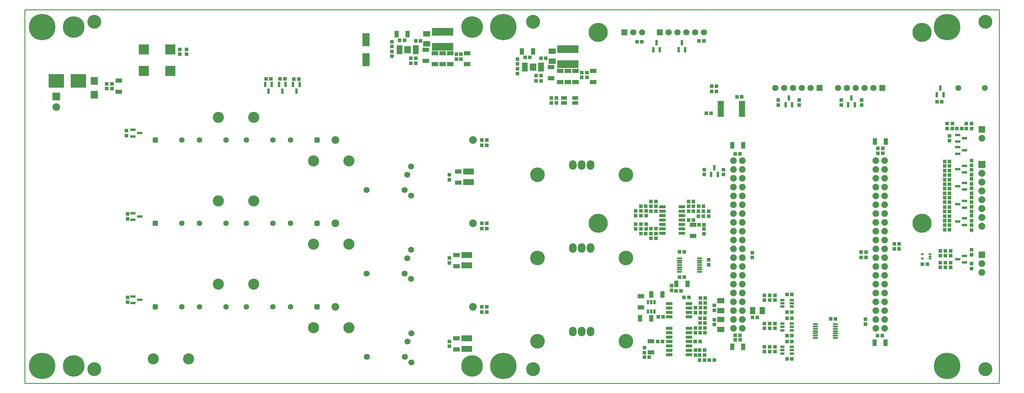
<source format=gts>
G04 Layer_Color=8388736*
%FSLAX43Y43*%
%MOMM*%
G71*
G01*
G75*
%ADD43C,0.254*%
%ADD84R,2.903X2.903*%
%ADD85O,0.950X0.550*%
%ADD86O,1.550X0.500*%
%ADD87R,6.203X2.203*%
%ADD88R,1.203X0.803*%
%ADD89R,0.803X1.553*%
%ADD90R,1.543X2.003*%
%ADD91R,2.003X2.203*%
%ADD92R,1.103X1.003*%
G04:AMPARAMS|DCode=93|XSize=0.653mm|YSize=1.803mm|CornerRadius=0.151mm|HoleSize=0mm|Usage=FLASHONLY|Rotation=90.000|XOffset=0mm|YOffset=0mm|HoleType=Round|Shape=RoundedRectangle|*
%AMROUNDEDRECTD93*
21,1,0.653,1.501,0,0,90.0*
21,1,0.351,1.803,0,0,90.0*
1,1,0.302,0.750,0.175*
1,1,0.302,0.750,-0.175*
1,1,0.302,-0.750,-0.175*
1,1,0.302,-0.750,0.175*
%
%ADD93ROUNDEDRECTD93*%
%ADD94R,4.443X4.013*%
%ADD95R,1.003X1.103*%
%ADD96R,2.003X3.753*%
%ADD97C,4.000*%
G04:AMPARAMS|DCode=98|XSize=0.853mm|YSize=1.853mm|CornerRadius=0.15mm|HoleSize=0mm|Usage=FLASHONLY|Rotation=90.000|XOffset=0mm|YOffset=0mm|HoleType=Round|Shape=RoundedRectangle|*
%AMROUNDEDRECTD98*
21,1,0.853,1.552,0,0,90.0*
21,1,0.552,1.853,0,0,90.0*
1,1,0.301,0.776,0.276*
1,1,0.301,0.776,-0.276*
1,1,0.301,-0.776,-0.276*
1,1,0.301,-0.776,0.276*
%
%ADD98ROUNDEDRECTD98*%
%ADD99R,3.103X1.703*%
%ADD100R,1.903X1.203*%
%ADD101R,1.803X1.003*%
G04:AMPARAMS|DCode=102|XSize=0.503mm|YSize=1.753mm|CornerRadius=0.151mm|HoleSize=0mm|Usage=FLASHONLY|Rotation=90.000|XOffset=0mm|YOffset=0mm|HoleType=Round|Shape=RoundedRectangle|*
%AMROUNDEDRECTD102*
21,1,0.503,1.451,0,0,90.0*
21,1,0.201,1.753,0,0,90.0*
1,1,0.302,0.726,0.101*
1,1,0.302,0.726,-0.101*
1,1,0.302,-0.726,-0.101*
1,1,0.302,-0.726,0.101*
%
%ADD102ROUNDEDRECTD102*%
G04:AMPARAMS|DCode=103|XSize=1.933mm|YSize=2.103mm|CornerRadius=0.153mm|HoleSize=0mm|Usage=FLASHONLY|Rotation=0.000|XOffset=0mm|YOffset=0mm|HoleType=Round|Shape=RoundedRectangle|*
%AMROUNDEDRECTD103*
21,1,1.933,1.796,0,0,0.0*
21,1,1.626,2.103,0,0,0.0*
1,1,0.307,0.813,-0.898*
1,1,0.307,-0.813,-0.898*
1,1,0.307,-0.813,0.898*
1,1,0.307,0.813,0.898*
%
%ADD103ROUNDEDRECTD103*%
%ADD104R,1.553X0.803*%
%ADD105R,0.803X1.203*%
%ADD106R,2.003X1.543*%
%ADD107R,1.203X1.903*%
%ADD108O,2.203X2.703*%
%ADD109C,2.203*%
%ADD110C,3.203*%
%ADD111C,1.803*%
%ADD112R,1.803X1.803*%
%ADD113C,1.703*%
%ADD114C,1.727*%
%ADD115C,7.603*%
%ADD116C,6.203*%
%ADD117C,5.503*%
%ADD118C,1.903*%
%ADD119C,1.953*%
%ADD120R,1.953X1.953*%
%ADD121C,4.203*%
%ADD122R,0.203X0.203*%
%ADD123R,2.203X2.203*%
%ADD124R,2.003X2.003*%
%ADD125C,2.003*%
%ADD126C,1.603*%
G04:AMPARAMS|DCode=127|XSize=1.603mm|YSize=1.603mm|CornerRadius=0.452mm|HoleSize=0mm|Usage=FLASHONLY|Rotation=180.000|XOffset=0mm|YOffset=0mm|HoleType=Round|Shape=RoundedRectangle|*
%AMROUNDEDRECTD127*
21,1,1.603,0.700,0,0,180.0*
21,1,0.700,1.603,0,0,180.0*
1,1,0.903,-0.350,0.350*
1,1,0.903,0.350,0.350*
1,1,0.903,0.350,-0.350*
1,1,0.903,-0.350,-0.350*
%
%ADD127ROUNDEDRECTD127*%
%ADD128C,0.803*%
D43*
X0Y0D02*
X280000D01*
Y107500D01*
X0D02*
X280000D01*
X0Y0D02*
Y107500D01*
D84*
X34190Y96110D02*
D03*
X41810D02*
D03*
Y89890D02*
D03*
X34190D02*
D03*
D85*
X260100Y35850D02*
D03*
Y36500D02*
D03*
X257900Y35850D02*
D03*
Y37150D02*
D03*
X260100D02*
D03*
D86*
X227125Y16950D02*
D03*
Y16300D02*
D03*
Y15650D02*
D03*
Y15000D02*
D03*
Y14350D02*
D03*
Y13700D02*
D03*
Y13050D02*
D03*
X232875Y16950D02*
D03*
Y16300D02*
D03*
Y15650D02*
D03*
Y15000D02*
D03*
Y14350D02*
D03*
Y13700D02*
D03*
Y13050D02*
D03*
X193875Y32050D02*
D03*
Y32700D02*
D03*
Y33350D02*
D03*
Y34000D02*
D03*
Y34650D02*
D03*
Y35300D02*
D03*
Y35950D02*
D03*
X188125Y32050D02*
D03*
Y32700D02*
D03*
Y33350D02*
D03*
Y34000D02*
D03*
Y34650D02*
D03*
Y35300D02*
D03*
Y35950D02*
D03*
D87*
X156000Y96150D02*
D03*
Y91850D02*
D03*
X120000Y101150D02*
D03*
Y96850D02*
D03*
D88*
X217625Y10450D02*
D03*
Y9500D02*
D03*
Y8550D02*
D03*
X220375D02*
D03*
Y9500D02*
D03*
Y10450D02*
D03*
X217625Y23950D02*
D03*
Y23000D02*
D03*
Y22050D02*
D03*
X220375D02*
D03*
Y23000D02*
D03*
Y23950D02*
D03*
X217625Y17150D02*
D03*
Y16200D02*
D03*
Y15250D02*
D03*
X220375D02*
D03*
Y16200D02*
D03*
Y17150D02*
D03*
D89*
X262050Y83025D02*
D03*
X263950D02*
D03*
X263000Y84975D02*
D03*
X198130Y62045D02*
D03*
X199080Y60095D02*
D03*
X197180D02*
D03*
X70000Y84025D02*
D03*
X69050Y85975D02*
D03*
X70950D02*
D03*
X74000Y84025D02*
D03*
X73050Y85975D02*
D03*
X74950D02*
D03*
X78000Y84025D02*
D03*
X77050Y85975D02*
D03*
X78950D02*
D03*
X188800Y97975D02*
D03*
X189750Y96025D02*
D03*
X187850D02*
D03*
X181500Y97975D02*
D03*
X182450Y96025D02*
D03*
X180550D02*
D03*
X237500Y82075D02*
D03*
X238450Y80125D02*
D03*
X236550D02*
D03*
X218550Y80125D02*
D03*
X220450D02*
D03*
X219500Y82075D02*
D03*
D90*
X211930Y20900D02*
D03*
X209070D02*
D03*
D91*
X20000Y87000D02*
D03*
Y83000D02*
D03*
D92*
X214000Y10500D02*
D03*
Y9100D02*
D03*
X215500Y10500D02*
D03*
Y9100D02*
D03*
X209000Y37600D02*
D03*
Y36200D02*
D03*
X241500Y18400D02*
D03*
Y17000D02*
D03*
X222500Y81500D02*
D03*
Y80100D02*
D03*
X214000Y25300D02*
D03*
Y23900D02*
D03*
X196500Y34100D02*
D03*
Y35500D02*
D03*
X198100Y16900D02*
D03*
Y18300D02*
D03*
Y22400D02*
D03*
Y21000D02*
D03*
X266000Y33300D02*
D03*
Y34700D02*
D03*
Y38100D02*
D03*
Y36700D02*
D03*
X29200Y72700D02*
D03*
Y71300D02*
D03*
X234600Y81500D02*
D03*
Y80100D02*
D03*
X29500Y48700D02*
D03*
Y47300D02*
D03*
X240400Y81500D02*
D03*
Y80100D02*
D03*
X29500Y24700D02*
D03*
Y23300D02*
D03*
X105500Y98300D02*
D03*
Y96900D02*
D03*
X141500Y93300D02*
D03*
Y91900D02*
D03*
X195000Y49500D02*
D03*
Y48100D02*
D03*
X196500D02*
D03*
Y49500D02*
D03*
X177000Y49600D02*
D03*
Y48200D02*
D03*
X175500D02*
D03*
Y49600D02*
D03*
X177000Y44400D02*
D03*
Y45800D02*
D03*
X175500D02*
D03*
Y44400D02*
D03*
X185800Y28100D02*
D03*
Y26700D02*
D03*
X105500Y95500D02*
D03*
Y94100D02*
D03*
X124000Y94700D02*
D03*
Y93300D02*
D03*
X141500Y89100D02*
D03*
Y90500D02*
D03*
X160000Y88000D02*
D03*
Y89400D02*
D03*
X46500Y94700D02*
D03*
Y96100D02*
D03*
X25000Y84800D02*
D03*
Y86200D02*
D03*
X200730Y61470D02*
D03*
Y60070D02*
D03*
X195230Y61470D02*
D03*
Y60070D02*
D03*
X195100Y43000D02*
D03*
Y44400D02*
D03*
X122000Y58600D02*
D03*
Y60000D02*
D03*
X193500Y49500D02*
D03*
Y48100D02*
D03*
X122000Y34600D02*
D03*
Y36000D02*
D03*
X178500Y49600D02*
D03*
Y48200D02*
D03*
X122000Y10600D02*
D03*
Y12000D02*
D03*
X178500Y44400D02*
D03*
Y45800D02*
D03*
X178000Y10200D02*
D03*
Y8800D02*
D03*
X192700Y9500D02*
D03*
Y8100D02*
D03*
Y20300D02*
D03*
Y21700D02*
D03*
Y14500D02*
D03*
Y15900D02*
D03*
X270500Y73300D02*
D03*
Y74700D02*
D03*
X266500Y73300D02*
D03*
Y74700D02*
D03*
X264500Y38100D02*
D03*
Y36700D02*
D03*
Y33300D02*
D03*
Y34700D02*
D03*
X263000Y38100D02*
D03*
Y36700D02*
D03*
Y34700D02*
D03*
Y33300D02*
D03*
X265700Y71200D02*
D03*
Y69800D02*
D03*
X215500Y23900D02*
D03*
Y25300D02*
D03*
X23500Y86200D02*
D03*
Y84800D02*
D03*
X44500Y96100D02*
D03*
Y94700D02*
D03*
X161500Y89400D02*
D03*
Y88000D02*
D03*
X125300Y94700D02*
D03*
Y93300D02*
D03*
X272000Y73300D02*
D03*
Y74700D02*
D03*
X265000Y73300D02*
D03*
Y74700D02*
D03*
X272000Y34400D02*
D03*
Y33000D02*
D03*
Y37000D02*
D03*
Y38400D02*
D03*
Y45500D02*
D03*
Y44100D02*
D03*
Y46800D02*
D03*
Y48200D02*
D03*
Y50800D02*
D03*
Y49400D02*
D03*
Y52100D02*
D03*
Y53500D02*
D03*
Y56100D02*
D03*
Y54700D02*
D03*
Y57400D02*
D03*
Y58800D02*
D03*
Y61400D02*
D03*
Y60000D02*
D03*
Y62700D02*
D03*
Y64100D02*
D03*
X212500Y25300D02*
D03*
Y23900D02*
D03*
X216500Y80100D02*
D03*
Y81500D02*
D03*
X215500Y17200D02*
D03*
Y15800D02*
D03*
X212500D02*
D03*
Y17200D02*
D03*
X214000D02*
D03*
Y15800D02*
D03*
X212500Y9100D02*
D03*
Y10500D02*
D03*
D93*
X199950Y80950D02*
D03*
Y80300D02*
D03*
Y79650D02*
D03*
Y79000D02*
D03*
Y78350D02*
D03*
Y77700D02*
D03*
Y77050D02*
D03*
X206050Y80950D02*
D03*
Y80300D02*
D03*
Y79650D02*
D03*
Y79000D02*
D03*
Y78350D02*
D03*
Y77700D02*
D03*
Y77050D02*
D03*
D94*
X9015Y87000D02*
D03*
X15385D02*
D03*
D95*
X269200Y73300D02*
D03*
X267800D02*
D03*
X193700Y98500D02*
D03*
X195100D02*
D03*
X210500Y18900D02*
D03*
X209100D02*
D03*
X264300Y44200D02*
D03*
X265700D02*
D03*
X264300Y48100D02*
D03*
X265700D02*
D03*
X264300Y49400D02*
D03*
X265700D02*
D03*
X264300Y53400D02*
D03*
X265700D02*
D03*
X264300Y54700D02*
D03*
X265700D02*
D03*
X264300Y58600D02*
D03*
X265700D02*
D03*
X264300Y59900D02*
D03*
X265700D02*
D03*
X264300Y63800D02*
D03*
X265700D02*
D03*
Y62500D02*
D03*
X264300D02*
D03*
X265700Y61200D02*
D03*
X264300D02*
D03*
X265700Y57300D02*
D03*
X264300D02*
D03*
X265700Y56000D02*
D03*
X264300D02*
D03*
X195300Y9500D02*
D03*
X193900D02*
D03*
Y6700D02*
D03*
X195300D02*
D03*
Y8100D02*
D03*
X193900D02*
D03*
X189400Y24700D02*
D03*
X190800D02*
D03*
X182000Y19100D02*
D03*
X183400D02*
D03*
X194000Y12000D02*
D03*
X192600D02*
D03*
X265700Y52100D02*
D03*
X264300D02*
D03*
X265700Y50700D02*
D03*
X264300D02*
D03*
X265700Y46800D02*
D03*
X264300D02*
D03*
X265700Y45500D02*
D03*
X264300D02*
D03*
X70700Y87600D02*
D03*
X69300D02*
D03*
X74700D02*
D03*
X73300D02*
D03*
X78700Y87500D02*
D03*
X77300D02*
D03*
X110900Y93500D02*
D03*
X112300D02*
D03*
Y92100D02*
D03*
X110900D02*
D03*
X146900Y88500D02*
D03*
X148300D02*
D03*
Y87000D02*
D03*
X146900D02*
D03*
X132700Y70000D02*
D03*
X131300D02*
D03*
X192100Y49500D02*
D03*
X190700D02*
D03*
Y50900D02*
D03*
X192100D02*
D03*
X132700Y46000D02*
D03*
X131300D02*
D03*
X179900Y49500D02*
D03*
X181300D02*
D03*
Y50900D02*
D03*
X179900D02*
D03*
X132700Y22000D02*
D03*
X131300D02*
D03*
X179900Y44500D02*
D03*
X181300D02*
D03*
Y43100D02*
D03*
X179900D02*
D03*
X195500Y20300D02*
D03*
X194100D02*
D03*
Y24500D02*
D03*
X195500D02*
D03*
Y21700D02*
D03*
X194100D02*
D03*
X195400Y14500D02*
D03*
X194000D02*
D03*
X195400Y15900D02*
D03*
X194000D02*
D03*
Y17300D02*
D03*
X195400D02*
D03*
X193700Y45600D02*
D03*
X195100D02*
D03*
X179400Y7500D02*
D03*
X178000D02*
D03*
X204600Y82400D02*
D03*
X206000D02*
D03*
X177300Y98300D02*
D03*
X175900D02*
D03*
X107700Y98700D02*
D03*
X109100D02*
D03*
X113700Y98500D02*
D03*
X112300D02*
D03*
X145100Y93800D02*
D03*
X143700D02*
D03*
X149700Y93500D02*
D03*
X148300D02*
D03*
X219000Y25500D02*
D03*
X220400D02*
D03*
X246500Y67600D02*
D03*
X245100D02*
D03*
X204130Y12470D02*
D03*
X205530D02*
D03*
X192100Y47000D02*
D03*
X190700D02*
D03*
X189500Y30500D02*
D03*
X188100D02*
D03*
X188500Y26600D02*
D03*
X187100D02*
D03*
X193600Y50900D02*
D03*
X195000D02*
D03*
X178400D02*
D03*
X177000D02*
D03*
X189500Y37800D02*
D03*
X188100D02*
D03*
X178400Y43100D02*
D03*
X177000D02*
D03*
X181800Y12000D02*
D03*
X183200D02*
D03*
X196700Y6700D02*
D03*
X198100D02*
D03*
X195500Y23100D02*
D03*
X194100D02*
D03*
X194000Y18700D02*
D03*
X195400D02*
D03*
X195800Y77700D02*
D03*
X197200D02*
D03*
X197300Y84000D02*
D03*
X198700D02*
D03*
X197300Y85500D02*
D03*
X198700D02*
D03*
X251200Y40100D02*
D03*
X249800D02*
D03*
X240300Y37700D02*
D03*
X241700D02*
D03*
X249800Y38700D02*
D03*
X251200D02*
D03*
X241700Y36200D02*
D03*
X240300D02*
D03*
X220400Y18700D02*
D03*
X219000D02*
D03*
X232900Y18500D02*
D03*
X231500D02*
D03*
X220400Y12000D02*
D03*
X219000D02*
D03*
X179900Y41700D02*
D03*
X181300D02*
D03*
X131300Y20500D02*
D03*
X132700D02*
D03*
X179900Y52300D02*
D03*
X181300D02*
D03*
X131300Y44500D02*
D03*
X132700D02*
D03*
X192100Y52300D02*
D03*
X190700D02*
D03*
X131300Y68500D02*
D03*
X132700D02*
D03*
X205500Y13800D02*
D03*
X204100D02*
D03*
X245100Y66200D02*
D03*
X246500D02*
D03*
X204100Y66000D02*
D03*
X205500D02*
D03*
X246400Y13700D02*
D03*
X245000D02*
D03*
X259300Y34300D02*
D03*
X257900D02*
D03*
X262100Y81000D02*
D03*
X263500D02*
D03*
X152700Y82100D02*
D03*
X151300D02*
D03*
X152700Y80700D02*
D03*
X151300D02*
D03*
X220400Y20500D02*
D03*
X219000D02*
D03*
X220400Y13700D02*
D03*
X219000D02*
D03*
X220400Y7000D02*
D03*
X219000D02*
D03*
D96*
X98000Y98875D02*
D03*
Y93125D02*
D03*
D97*
X20000Y104000D02*
D03*
X146000Y4000D02*
D03*
X20000D02*
D03*
X146000Y104000D02*
D03*
X276000Y4000D02*
D03*
Y104000D02*
D03*
D98*
X185175Y15810D02*
D03*
Y14540D02*
D03*
Y13270D02*
D03*
Y12000D02*
D03*
Y10730D02*
D03*
Y9460D02*
D03*
Y8190D02*
D03*
X190825Y15810D02*
D03*
Y14540D02*
D03*
Y13270D02*
D03*
Y12000D02*
D03*
Y10730D02*
D03*
Y9460D02*
D03*
Y8190D02*
D03*
X185175Y22905D02*
D03*
Y21635D02*
D03*
Y20365D02*
D03*
Y19095D02*
D03*
X190825Y22905D02*
D03*
Y21635D02*
D03*
Y20365D02*
D03*
Y19095D02*
D03*
X188825Y43190D02*
D03*
Y44460D02*
D03*
Y45730D02*
D03*
Y47000D02*
D03*
Y48270D02*
D03*
Y49540D02*
D03*
Y50810D02*
D03*
X183175Y43190D02*
D03*
Y44460D02*
D03*
Y45730D02*
D03*
Y47000D02*
D03*
Y48270D02*
D03*
Y49540D02*
D03*
Y50810D02*
D03*
D99*
X127500Y57900D02*
D03*
Y60900D02*
D03*
X127000Y9900D02*
D03*
Y12900D02*
D03*
Y36900D02*
D03*
Y33900D02*
D03*
D100*
X179900Y8900D02*
D03*
Y12100D02*
D03*
X151200Y91000D02*
D03*
Y87800D02*
D03*
X127100Y91800D02*
D03*
Y95000D02*
D03*
X163300Y86700D02*
D03*
Y89900D02*
D03*
X122200Y95000D02*
D03*
Y91800D02*
D03*
X177000Y25000D02*
D03*
Y21800D02*
D03*
X115200Y96000D02*
D03*
Y92800D02*
D03*
X120000Y95000D02*
D03*
Y91800D02*
D03*
X117800Y95000D02*
D03*
Y91800D02*
D03*
X158200Y89900D02*
D03*
Y86700D02*
D03*
X156000Y89900D02*
D03*
Y86700D02*
D03*
X153800Y89900D02*
D03*
Y86700D02*
D03*
X27000Y87100D02*
D03*
Y83900D02*
D03*
X192000Y45600D02*
D03*
Y42400D02*
D03*
X124500Y60900D02*
D03*
Y57700D02*
D03*
X124000Y36900D02*
D03*
Y33700D02*
D03*
Y12900D02*
D03*
Y9700D02*
D03*
D101*
X154900Y80700D02*
D03*
X158100D02*
D03*
X154900Y82100D02*
D03*
X158100D02*
D03*
D102*
X148325Y90000D02*
D03*
Y90500D02*
D03*
Y91000D02*
D03*
Y91500D02*
D03*
X143675Y90000D02*
D03*
Y90500D02*
D03*
Y91000D02*
D03*
Y91500D02*
D03*
Y92000D02*
D03*
X148325D02*
D03*
X112325Y97000D02*
D03*
X107675D02*
D03*
Y96500D02*
D03*
Y96000D02*
D03*
Y95500D02*
D03*
Y95000D02*
D03*
X112325Y96500D02*
D03*
Y96000D02*
D03*
Y95500D02*
D03*
Y95000D02*
D03*
D103*
X146000Y91000D02*
D03*
X110000Y96000D02*
D03*
D104*
X269975Y67000D02*
D03*
X268025Y66050D02*
D03*
Y67950D02*
D03*
X32975Y72000D02*
D03*
X31025Y71050D02*
D03*
Y72950D02*
D03*
X32975Y48000D02*
D03*
X31025Y47050D02*
D03*
Y48950D02*
D03*
X32975Y24000D02*
D03*
X31025Y23050D02*
D03*
Y24950D02*
D03*
X268025Y61600D02*
D03*
X269975Y62550D02*
D03*
Y60650D02*
D03*
X268025Y56700D02*
D03*
X269975Y57650D02*
D03*
Y55750D02*
D03*
X268025Y51500D02*
D03*
X269975Y52450D02*
D03*
Y50550D02*
D03*
X268025Y46500D02*
D03*
X269975Y47450D02*
D03*
Y45550D02*
D03*
X269975Y34750D02*
D03*
Y36650D02*
D03*
X268025Y35700D02*
D03*
X268025Y71450D02*
D03*
Y69550D02*
D03*
X269975Y70500D02*
D03*
D105*
X179050Y23375D02*
D03*
X180000D02*
D03*
X180950D02*
D03*
Y20625D02*
D03*
X180000D02*
D03*
X179050D02*
D03*
D106*
X200000Y15470D02*
D03*
Y18330D02*
D03*
Y20870D02*
D03*
Y23730D02*
D03*
X115500Y100530D02*
D03*
Y97670D02*
D03*
X151500Y92670D02*
D03*
Y95530D02*
D03*
D107*
X180000Y18700D02*
D03*
X176800D02*
D03*
X180000Y25500D02*
D03*
X183200D02*
D03*
X106800Y100500D02*
D03*
X110000D02*
D03*
X142800Y95500D02*
D03*
X146000D02*
D03*
X203230Y68470D02*
D03*
X206430D02*
D03*
X247330Y11670D02*
D03*
X244130D02*
D03*
X244200Y69600D02*
D03*
X247400D02*
D03*
X206430Y10470D02*
D03*
X203230D02*
D03*
X187200Y28600D02*
D03*
X190400D02*
D03*
D108*
X162550Y14900D02*
D03*
X160000D02*
D03*
X157450D02*
D03*
X162550Y62800D02*
D03*
X160000D02*
D03*
X157450D02*
D03*
Y38900D02*
D03*
X160000D02*
D03*
X162550D02*
D03*
D109*
X89250Y22000D02*
D03*
X128750D02*
D03*
X9000Y79500D02*
D03*
X89250Y70000D02*
D03*
X128750D02*
D03*
X89250Y46000D02*
D03*
X128750D02*
D03*
D110*
X65780Y76500D02*
D03*
X55620D02*
D03*
X47080Y7000D02*
D03*
X36920D02*
D03*
X82920Y16000D02*
D03*
X93080D02*
D03*
Y40000D02*
D03*
X82920D02*
D03*
X93080Y64000D02*
D03*
X82920D02*
D03*
X65780Y28500D02*
D03*
X55620D02*
D03*
X65780Y52500D02*
D03*
X55620D02*
D03*
D111*
X215650Y85000D02*
D03*
X220730D02*
D03*
X225810D02*
D03*
X223270D02*
D03*
X218190D02*
D03*
X174790Y101000D02*
D03*
X177330D02*
D03*
X192570Y101000D02*
D03*
X187490D02*
D03*
X184950D02*
D03*
X190030D02*
D03*
X195110D02*
D03*
X233650Y85000D02*
D03*
X238730D02*
D03*
X243810D02*
D03*
X241270D02*
D03*
X236190D02*
D03*
D112*
X228350Y85000D02*
D03*
X172250Y101000D02*
D03*
X182410Y101000D02*
D03*
X246350Y85000D02*
D03*
D113*
X275800Y85000D02*
D03*
X268200D02*
D03*
D114*
X111100Y14380D02*
D03*
X109220Y7570D02*
D03*
X98300D02*
D03*
X109980Y11970D02*
D03*
X111100Y6000D02*
D03*
X111000Y62380D02*
D03*
X109120Y55570D02*
D03*
X98200D02*
D03*
X109880Y59970D02*
D03*
X111000Y54000D02*
D03*
X98200Y31570D02*
D03*
X111000Y30000D02*
D03*
X109120Y31570D02*
D03*
X109880Y35970D02*
D03*
X111000Y38380D02*
D03*
D115*
X5000Y5000D02*
D03*
Y102500D02*
D03*
X137500D02*
D03*
X265000D02*
D03*
Y5000D02*
D03*
X137500Y5000D02*
D03*
D116*
X14000Y102500D02*
D03*
X128500Y5000D02*
D03*
X14000D02*
D03*
X128500Y102500D02*
D03*
D117*
X164750Y46000D02*
D03*
Y101000D02*
D03*
X257750D02*
D03*
X257770Y46000D02*
D03*
D118*
X203560Y64100D02*
D03*
Y61560D02*
D03*
Y59020D02*
D03*
Y56480D02*
D03*
Y53940D02*
D03*
Y51400D02*
D03*
Y48860D02*
D03*
Y46320D02*
D03*
Y43780D02*
D03*
Y41240D02*
D03*
Y38700D02*
D03*
Y36160D02*
D03*
Y33620D02*
D03*
Y31080D02*
D03*
Y28540D02*
D03*
Y26000D02*
D03*
Y23460D02*
D03*
Y20920D02*
D03*
Y18380D02*
D03*
Y15840D02*
D03*
X206100Y64100D02*
D03*
Y61560D02*
D03*
Y59020D02*
D03*
Y56480D02*
D03*
Y53940D02*
D03*
Y51400D02*
D03*
Y48860D02*
D03*
Y46320D02*
D03*
Y43780D02*
D03*
Y41240D02*
D03*
Y38700D02*
D03*
Y36160D02*
D03*
Y33620D02*
D03*
Y31080D02*
D03*
Y28540D02*
D03*
Y26000D02*
D03*
Y23460D02*
D03*
Y20920D02*
D03*
Y18380D02*
D03*
Y15840D02*
D03*
X247000D02*
D03*
Y18380D02*
D03*
Y20920D02*
D03*
Y23460D02*
D03*
Y26000D02*
D03*
Y28540D02*
D03*
Y31080D02*
D03*
Y33620D02*
D03*
Y36160D02*
D03*
Y38700D02*
D03*
Y41240D02*
D03*
Y43780D02*
D03*
Y46320D02*
D03*
Y48860D02*
D03*
Y51400D02*
D03*
Y53940D02*
D03*
Y56480D02*
D03*
Y59020D02*
D03*
Y61560D02*
D03*
Y64100D02*
D03*
X244460Y15840D02*
D03*
Y18380D02*
D03*
Y20920D02*
D03*
Y23460D02*
D03*
Y26000D02*
D03*
Y28540D02*
D03*
Y31080D02*
D03*
Y33620D02*
D03*
Y36160D02*
D03*
Y38700D02*
D03*
Y41240D02*
D03*
Y43780D02*
D03*
Y46320D02*
D03*
Y48860D02*
D03*
Y51400D02*
D03*
Y53940D02*
D03*
Y56480D02*
D03*
Y59020D02*
D03*
Y61560D02*
D03*
Y64100D02*
D03*
D119*
X275000Y31920D02*
D03*
Y34460D02*
D03*
Y70460D02*
D03*
D120*
Y37000D02*
D03*
Y73000D02*
D03*
D121*
X172700Y60000D02*
D03*
X147300D02*
D03*
X172700Y12100D02*
D03*
X147300D02*
D03*
X172700Y36000D02*
D03*
X147300D02*
D03*
D122*
X4680Y81000D02*
D03*
D123*
X9000Y82500D02*
D03*
D124*
X275000Y63000D02*
D03*
D125*
Y60460D02*
D03*
Y57920D02*
D03*
Y55380D02*
D03*
Y52840D02*
D03*
Y50300D02*
D03*
Y47760D02*
D03*
Y45220D02*
D03*
D126*
X63680Y22000D02*
D03*
X71300D02*
D03*
X76380D02*
D03*
X45120Y70000D02*
D03*
X50200D02*
D03*
X57820D02*
D03*
X63680Y70000D02*
D03*
X71300D02*
D03*
X76380D02*
D03*
X45120Y46000D02*
D03*
X50200D02*
D03*
X57820D02*
D03*
X63680Y46000D02*
D03*
X71300D02*
D03*
X76380D02*
D03*
X45120Y22000D02*
D03*
X50200D02*
D03*
X57820D02*
D03*
D127*
X84000Y22000D02*
D03*
X37500Y70000D02*
D03*
X84000Y70000D02*
D03*
X37500Y46000D02*
D03*
X84000Y46000D02*
D03*
X37500Y22000D02*
D03*
D128*
X145500Y91500D02*
D03*
X146500D02*
D03*
X145500Y90500D02*
D03*
X146500D02*
D03*
X110500Y95500D02*
D03*
X109500D02*
D03*
X110500Y96500D02*
D03*
X109500D02*
D03*
M02*

</source>
